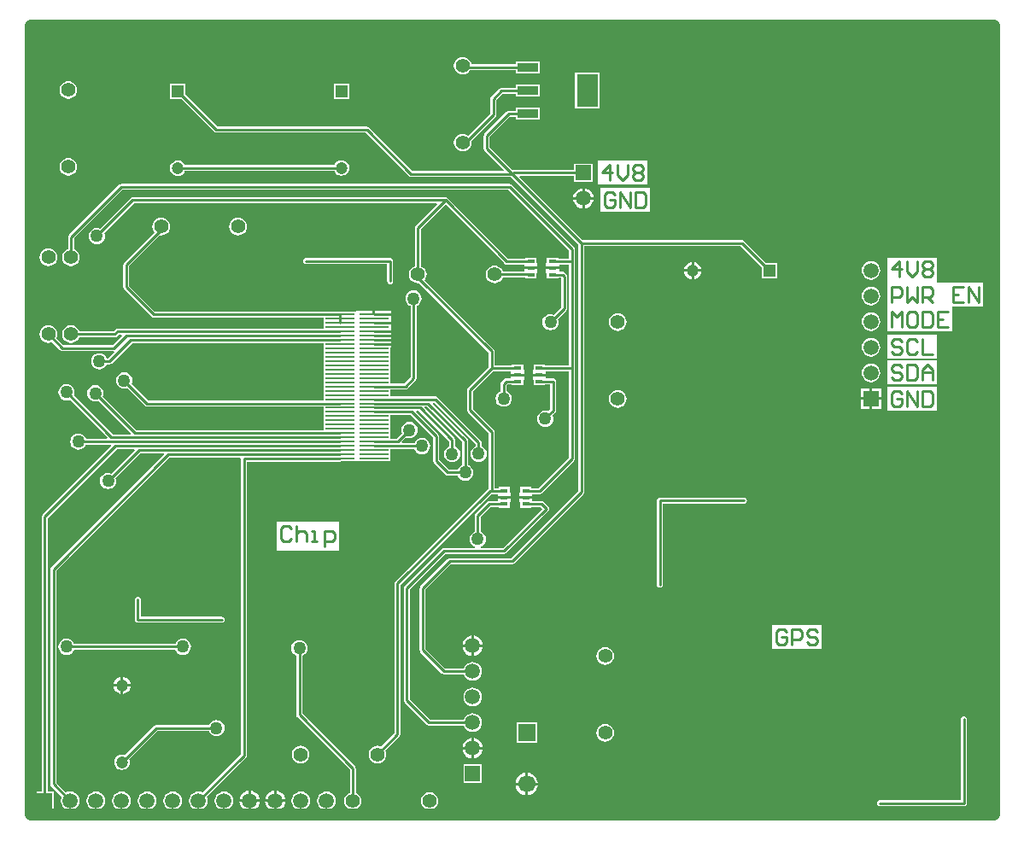
<source format=gtl>
G04 Layer_Physical_Order=1*
G04 Layer_Color=255*
%FSLAX25Y25*%
%MOIN*%
G70*
G01*
G75*
%ADD10R,0.03150X0.01772*%
%ADD11R,0.11457X0.00866*%
%ADD12R,0.08268X0.12598*%
%ADD13R,0.08268X0.03543*%
%ADD14C,0.01000*%
%ADD15C,0.04724*%
%ADD16R,0.06693X0.06693*%
%ADD17C,0.06693*%
%ADD18R,0.04724X0.04724*%
%ADD19C,0.04724*%
%ADD20C,0.05512*%
%ADD21R,0.05906X0.05906*%
%ADD22C,0.05906*%
%ADD23R,0.05906X0.05906*%
%ADD24R,0.04724X0.04724*%
%ADD25C,0.05000*%
G36*
X376000Y0D02*
X0D01*
Y308000D01*
X376000D01*
Y0D01*
D02*
G37*
%LPC*%
G36*
X168700Y295935D02*
X167811Y295818D01*
X166982Y295475D01*
X166271Y294929D01*
X165725Y294218D01*
X165382Y293389D01*
X165265Y292500D01*
X165382Y291611D01*
X165725Y290782D01*
X166271Y290071D01*
X166982Y289525D01*
X167811Y289182D01*
X168700Y289065D01*
X169589Y289182D01*
X170418Y289525D01*
X171129Y290071D01*
X171598Y290683D01*
X189302D01*
Y289434D01*
X198870D01*
Y294277D01*
X189302D01*
Y293028D01*
X172066D01*
X172018Y293389D01*
X171675Y294218D01*
X171129Y294929D01*
X170418Y295475D01*
X169589Y295818D01*
X168700Y295935D01*
D02*
G37*
G36*
X198870Y285222D02*
X189302D01*
Y283973D01*
X183900D01*
X183451Y283883D01*
X183071Y283629D01*
X179871Y280429D01*
X179617Y280049D01*
X179527Y279600D01*
Y273886D01*
X170813Y265172D01*
X170418Y265475D01*
X169589Y265818D01*
X168700Y265935D01*
X167811Y265818D01*
X166982Y265475D01*
X166271Y264929D01*
X165725Y264218D01*
X165382Y263389D01*
X165265Y262500D01*
X165382Y261611D01*
X165725Y260782D01*
X166271Y260071D01*
X166982Y259525D01*
X167811Y259182D01*
X168700Y259065D01*
X169589Y259182D01*
X170418Y259525D01*
X171129Y260071D01*
X171675Y260782D01*
X172018Y261611D01*
X172135Y262500D01*
X172056Y263098D01*
X181529Y272571D01*
X181783Y272951D01*
X181872Y273400D01*
Y279114D01*
X184386Y281627D01*
X189302D01*
Y280378D01*
X198870D01*
Y285222D01*
D02*
G37*
G36*
X124412Y285612D02*
X118388D01*
Y279588D01*
X124412D01*
Y285612D01*
D02*
G37*
G36*
X14800Y286435D02*
X13911Y286318D01*
X13082Y285975D01*
X12371Y285429D01*
X11825Y284718D01*
X11482Y283889D01*
X11365Y283000D01*
X11482Y282111D01*
X11825Y281282D01*
X12371Y280571D01*
X13082Y280025D01*
X13911Y279682D01*
X14800Y279565D01*
X15689Y279682D01*
X16518Y280025D01*
X17229Y280571D01*
X17775Y281282D01*
X18118Y282111D01*
X18235Y283000D01*
X18118Y283889D01*
X17775Y284718D01*
X17229Y285429D01*
X16518Y285975D01*
X15689Y286318D01*
X14800Y286435D01*
D02*
G37*
G36*
X222098Y289749D02*
X212530D01*
Y275851D01*
X222098D01*
Y289749D01*
D02*
G37*
G36*
X60512Y285512D02*
X54488D01*
Y279488D01*
X58854D01*
X71671Y266671D01*
X72051Y266417D01*
X72500Y266328D01*
X130914D01*
X147771Y249471D01*
X148151Y249217D01*
X148600Y249128D01*
X187514D01*
X213827Y222814D01*
Y126586D01*
X187514Y100273D01*
X163700D01*
X163251Y100183D01*
X162871Y99929D01*
X152271Y89329D01*
X152017Y88949D01*
X151927Y88500D01*
Y64400D01*
X152017Y63951D01*
X152271Y63571D01*
X160571Y55271D01*
X160951Y55017D01*
X161400Y54927D01*
X169186D01*
X169453Y54283D01*
X170030Y53531D01*
X170783Y52953D01*
X171660Y52590D01*
X172600Y52466D01*
X173540Y52590D01*
X174417Y52953D01*
X175170Y53531D01*
X175747Y54283D01*
X176110Y55159D01*
X176234Y56100D01*
X176110Y57041D01*
X175747Y57917D01*
X175170Y58670D01*
X174417Y59247D01*
X173540Y59610D01*
X172600Y59734D01*
X171660Y59610D01*
X170783Y59247D01*
X170030Y58670D01*
X169453Y57917D01*
X169186Y57272D01*
X161886D01*
X154272Y64886D01*
Y88014D01*
X164186Y97927D01*
X188000D01*
X188449Y98017D01*
X188829Y98271D01*
X215829Y125271D01*
X216083Y125651D01*
X216173Y126100D01*
Y222128D01*
X277214D01*
X285488Y213854D01*
Y209488D01*
X291512D01*
Y215512D01*
X287146D01*
X278529Y224129D01*
X278149Y224383D01*
X277700Y224472D01*
X215486D01*
X190893Y249065D01*
X191084Y249528D01*
X212197D01*
Y247097D01*
X219403D01*
Y254303D01*
X212197D01*
Y251872D01*
X188400D01*
X188138Y251820D01*
X179272Y260686D01*
Y264714D01*
X187131Y272572D01*
X189302D01*
Y271323D01*
X198870D01*
Y276167D01*
X189302D01*
Y274917D01*
X186645D01*
X186196Y274828D01*
X185816Y274574D01*
X177271Y266029D01*
X177017Y265649D01*
X176927Y265200D01*
Y260200D01*
X177017Y259751D01*
X177271Y259371D01*
X184707Y251935D01*
X184516Y251472D01*
X149086D01*
X132229Y268329D01*
X131849Y268583D01*
X131400Y268672D01*
X72986D01*
X60512Y281146D01*
Y285512D01*
D02*
G37*
G36*
X121400Y255638D02*
X120614Y255535D01*
X119881Y255231D01*
X119252Y254748D01*
X118769Y254119D01*
X118584Y253673D01*
X60275D01*
X60131Y254019D01*
X59648Y254648D01*
X59019Y255131D01*
X58286Y255435D01*
X57500Y255538D01*
X56714Y255435D01*
X55981Y255131D01*
X55352Y254648D01*
X54869Y254019D01*
X54565Y253286D01*
X54462Y252500D01*
X54565Y251714D01*
X54869Y250981D01*
X55352Y250352D01*
X55981Y249869D01*
X56714Y249565D01*
X57500Y249462D01*
X58286Y249565D01*
X59019Y249869D01*
X59648Y250352D01*
X60131Y250981D01*
X60275Y251327D01*
X118667D01*
X118769Y251081D01*
X119252Y250452D01*
X119881Y249969D01*
X120614Y249665D01*
X121400Y249562D01*
X122186Y249665D01*
X122919Y249969D01*
X123548Y250452D01*
X124031Y251081D01*
X124335Y251814D01*
X124438Y252600D01*
X124335Y253386D01*
X124031Y254119D01*
X123548Y254748D01*
X122919Y255231D01*
X122186Y255535D01*
X121400Y255638D01*
D02*
G37*
G36*
X14800Y256435D02*
X13911Y256318D01*
X13082Y255975D01*
X12371Y255429D01*
X11825Y254718D01*
X11482Y253889D01*
X11365Y253000D01*
X11482Y252111D01*
X11825Y251282D01*
X12371Y250571D01*
X13082Y250025D01*
X13911Y249682D01*
X14800Y249565D01*
X15689Y249682D01*
X16518Y250025D01*
X17229Y250571D01*
X17775Y251282D01*
X18118Y252111D01*
X18235Y253000D01*
X18118Y253889D01*
X17775Y254718D01*
X17229Y255429D01*
X16518Y255975D01*
X15689Y256318D01*
X14800Y256435D01*
D02*
G37*
G36*
X240845Y255548D02*
X221550D01*
Y246250D01*
X240845D01*
Y255548D01*
D02*
G37*
G36*
X216300Y244621D02*
Y241200D01*
X219721D01*
X219651Y241732D01*
X219253Y242693D01*
X218619Y243519D01*
X217793Y244153D01*
X216832Y244551D01*
X216300Y244621D01*
D02*
G37*
G36*
X215300D02*
X214768Y244551D01*
X213807Y244153D01*
X212981Y243519D01*
X212347Y242693D01*
X211949Y241732D01*
X211879Y241200D01*
X215300D01*
Y244621D01*
D02*
G37*
G36*
X219721Y240200D02*
X216300D01*
Y236779D01*
X216832Y236849D01*
X217793Y237247D01*
X218619Y237881D01*
X219253Y238707D01*
X219651Y239668D01*
X219721Y240200D01*
D02*
G37*
G36*
X215300D02*
X211879D01*
X211949Y239668D01*
X212347Y238707D01*
X212981Y237881D01*
X213807Y237247D01*
X214768Y236849D01*
X215300Y236779D01*
Y240200D01*
D02*
G37*
G36*
X241845Y244748D02*
X222550D01*
Y235450D01*
X241845D01*
Y244748D01*
D02*
G37*
G36*
X81000Y233135D02*
X80111Y233018D01*
X79282Y232675D01*
X78571Y232129D01*
X78025Y231418D01*
X77682Y230589D01*
X77565Y229700D01*
X77682Y228811D01*
X78025Y227982D01*
X78571Y227271D01*
X79282Y226725D01*
X80111Y226382D01*
X81000Y226265D01*
X81889Y226382D01*
X82718Y226725D01*
X83429Y227271D01*
X83975Y227982D01*
X84318Y228811D01*
X84435Y229700D01*
X84318Y230589D01*
X83975Y231418D01*
X83429Y232129D01*
X82718Y232675D01*
X81889Y233018D01*
X81000Y233135D01*
D02*
G37*
G36*
X51000D02*
X50111Y233018D01*
X49282Y232675D01*
X48571Y232129D01*
X48025Y231418D01*
X47682Y230589D01*
X47565Y229700D01*
X47682Y228811D01*
X48025Y227982D01*
X48415Y227474D01*
X36571Y215629D01*
X36317Y215249D01*
X36228Y214800D01*
Y206100D01*
X36317Y205651D01*
X36571Y205271D01*
X47298Y194544D01*
X47678Y194290D01*
X48127Y194201D01*
X114460D01*
Y189932D01*
X33959D01*
X33510Y189842D01*
X33130Y189588D01*
X32414Y188873D01*
X19001D01*
X18775Y189418D01*
X18229Y190129D01*
X17518Y190675D01*
X16689Y191018D01*
X15800Y191135D01*
X14911Y191018D01*
X14082Y190675D01*
X13371Y190129D01*
X12825Y189418D01*
X12482Y188589D01*
X12365Y187700D01*
X12482Y186811D01*
X12825Y185982D01*
X13371Y185271D01*
X14082Y184725D01*
X14911Y184382D01*
X15800Y184265D01*
X16689Y184382D01*
X17518Y184725D01*
X18229Y185271D01*
X18775Y185982D01*
X19001Y186528D01*
X32900D01*
X33349Y186617D01*
X33729Y186871D01*
X34445Y187586D01*
X35475D01*
X35666Y187125D01*
X32014Y183473D01*
X12886D01*
X10092Y186266D01*
X10318Y186811D01*
X10435Y187700D01*
X10318Y188589D01*
X9975Y189418D01*
X9429Y190129D01*
X8718Y190675D01*
X7889Y191018D01*
X7000Y191135D01*
X6111Y191018D01*
X5282Y190675D01*
X4571Y190129D01*
X4025Y189418D01*
X3682Y188589D01*
X3565Y187700D01*
X3682Y186811D01*
X4025Y185982D01*
X4571Y185271D01*
X5282Y184725D01*
X6111Y184382D01*
X7000Y184265D01*
X7889Y184382D01*
X8434Y184608D01*
X11571Y181471D01*
X11951Y181217D01*
X12400Y181128D01*
X32500D01*
X32578Y181143D01*
X32824Y180682D01*
X30414Y178272D01*
X29724D01*
X29552Y178689D01*
X29047Y179347D01*
X28389Y179851D01*
X27622Y180169D01*
X26800Y180277D01*
X25978Y180169D01*
X25211Y179851D01*
X24553Y179347D01*
X24048Y178689D01*
X23731Y177922D01*
X23623Y177100D01*
X23731Y176278D01*
X24048Y175511D01*
X24553Y174853D01*
X25211Y174348D01*
X25978Y174031D01*
X26800Y173923D01*
X27622Y174031D01*
X28389Y174348D01*
X29047Y174853D01*
X29552Y175511D01*
X29724Y175927D01*
X30900D01*
X31349Y176017D01*
X31729Y176271D01*
X39738Y184279D01*
X114460D01*
Y181062D01*
Y176101D01*
Y171141D01*
Y166180D01*
Y161821D01*
X46037D01*
X39497Y168362D01*
X39669Y168778D01*
X39777Y169600D01*
X39669Y170422D01*
X39351Y171189D01*
X38847Y171847D01*
X38189Y172352D01*
X37422Y172669D01*
X36600Y172777D01*
X35778Y172669D01*
X35011Y172352D01*
X34353Y171847D01*
X33849Y171189D01*
X33531Y170422D01*
X33423Y169600D01*
X33531Y168778D01*
X33849Y168011D01*
X34353Y167353D01*
X35011Y166849D01*
X35778Y166531D01*
X36600Y166423D01*
X37422Y166531D01*
X37838Y166703D01*
X44722Y159820D01*
X45103Y159565D01*
X45551Y159476D01*
X114460D01*
Y154605D01*
Y150247D01*
X41312D01*
X28197Y163362D01*
X28369Y163778D01*
X28477Y164600D01*
X28369Y165422D01*
X28051Y166189D01*
X27547Y166847D01*
X26889Y167351D01*
X26122Y167669D01*
X25300Y167777D01*
X24478Y167669D01*
X23711Y167351D01*
X23053Y166847D01*
X22548Y166189D01*
X22231Y165422D01*
X22123Y164600D01*
X22231Y163778D01*
X22548Y163011D01*
X23053Y162353D01*
X23711Y161848D01*
X24478Y161531D01*
X25300Y161423D01*
X26122Y161531D01*
X26538Y161703D01*
X39187Y149055D01*
X38996Y148593D01*
X32165D01*
X16997Y163762D01*
X17169Y164178D01*
X17277Y165000D01*
X17169Y165822D01*
X16851Y166589D01*
X16347Y167247D01*
X15689Y167752D01*
X14922Y168069D01*
X14100Y168177D01*
X13278Y168069D01*
X12511Y167752D01*
X11853Y167247D01*
X11349Y166589D01*
X11031Y165822D01*
X10923Y165000D01*
X11031Y164178D01*
X11349Y163411D01*
X11853Y162753D01*
X12511Y162249D01*
X13278Y161931D01*
X14100Y161823D01*
X14922Y161931D01*
X15338Y162103D01*
X30040Y147401D01*
X29849Y146940D01*
X21637D01*
X21452Y147389D01*
X20947Y148047D01*
X20289Y148551D01*
X19522Y148869D01*
X18700Y148977D01*
X17878Y148869D01*
X17111Y148551D01*
X16453Y148047D01*
X15948Y147389D01*
X15631Y146622D01*
X15523Y145800D01*
X15631Y144978D01*
X15948Y144211D01*
X16453Y143553D01*
X17111Y143049D01*
X17878Y142731D01*
X18700Y142623D01*
X19522Y142731D01*
X20289Y143049D01*
X20947Y143553D01*
X21452Y144211D01*
X21610Y144594D01*
X31383D01*
X31574Y144132D01*
X4671Y117229D01*
X4417Y116849D01*
X4327Y116400D01*
Y9103D01*
X1897D01*
Y1897D01*
X9103D01*
Y9103D01*
X6673D01*
Y115914D01*
X33699Y142941D01*
X40529D01*
X40721Y142479D01*
X31538Y133297D01*
X31122Y133469D01*
X30300Y133577D01*
X29478Y133469D01*
X28711Y133151D01*
X28053Y132647D01*
X27549Y131989D01*
X27231Y131222D01*
X27123Y130400D01*
X27231Y129578D01*
X27549Y128811D01*
X28053Y128153D01*
X28711Y127648D01*
X29478Y127331D01*
X30300Y127223D01*
X31122Y127331D01*
X31889Y127648D01*
X32547Y128153D01*
X33051Y128811D01*
X33369Y129578D01*
X33477Y130400D01*
X33369Y131222D01*
X33197Y131638D01*
X42845Y141287D01*
X52076D01*
X52267Y140825D01*
X8171Y96729D01*
X7917Y96349D01*
X7828Y95900D01*
Y12000D01*
X7917Y11551D01*
X8171Y11171D01*
X12257Y7085D01*
X11990Y6441D01*
X11866Y5500D01*
X11990Y4560D01*
X12353Y3683D01*
X12931Y2930D01*
X13683Y2353D01*
X14559Y1990D01*
X15500Y1866D01*
X16441Y1990D01*
X17317Y2353D01*
X18069Y2930D01*
X18647Y3683D01*
X19010Y4560D01*
X19134Y5500D01*
X19010Y6441D01*
X18647Y7317D01*
X18069Y8070D01*
X17317Y8647D01*
X16441Y9010D01*
X15500Y9134D01*
X14559Y9010D01*
X13915Y8743D01*
X10172Y12486D01*
Y95414D01*
X54392Y139634D01*
X81713D01*
X82127Y139153D01*
Y23786D01*
X67085Y8743D01*
X66440Y9010D01*
X65500Y9134D01*
X64560Y9010D01*
X63683Y8647D01*
X62931Y8070D01*
X62353Y7317D01*
X61990Y6441D01*
X61866Y5500D01*
X61990Y4560D01*
X62353Y3683D01*
X62931Y2930D01*
X63683Y2353D01*
X64560Y1990D01*
X65500Y1866D01*
X66440Y1990D01*
X67317Y2353D01*
X68069Y2930D01*
X68647Y3683D01*
X69010Y4560D01*
X69134Y5500D01*
X69010Y6441D01*
X68743Y7085D01*
X84129Y22471D01*
X84383Y22851D01*
X84473Y23300D01*
Y137980D01*
X120839D01*
X121287Y138069D01*
X121288Y138070D01*
X127149D01*
X127217Y138070D01*
X127649D01*
X127717Y138070D01*
X140406D01*
Y142870D01*
X149858D01*
X150048Y142411D01*
X150553Y141753D01*
X151211Y141249D01*
X151978Y140931D01*
X152800Y140823D01*
X153622Y140931D01*
X154389Y141249D01*
X155047Y141753D01*
X155552Y142411D01*
X155869Y143178D01*
X155977Y144000D01*
X155869Y144822D01*
X155552Y145589D01*
X155047Y146247D01*
X154389Y146751D01*
X153622Y147069D01*
X152800Y147177D01*
X151978Y147069D01*
X151211Y146751D01*
X150553Y146247D01*
X150048Y145589D01*
X149894Y145215D01*
X145127D01*
X144936Y145677D01*
X146662Y147403D01*
X147078Y147231D01*
X147900Y147123D01*
X148722Y147231D01*
X149489Y147548D01*
X150147Y148053D01*
X150652Y148711D01*
X150969Y149478D01*
X151077Y150300D01*
X150969Y151122D01*
X150652Y151889D01*
X150147Y152547D01*
X149489Y153051D01*
X148722Y153369D01*
X147900Y153477D01*
X147078Y153369D01*
X146311Y153051D01*
X145653Y152547D01*
X145149Y151889D01*
X144831Y151122D01*
X144723Y150300D01*
X144831Y149478D01*
X145003Y149062D01*
X142881Y146940D01*
X140406D01*
Y151298D01*
Y156169D01*
X148373D01*
X157228Y147314D01*
Y138100D01*
X157317Y137651D01*
X157571Y137271D01*
X161971Y132871D01*
X162351Y132617D01*
X162800Y132527D01*
X166776D01*
X166948Y132111D01*
X167453Y131453D01*
X168111Y130948D01*
X168878Y130631D01*
X169700Y130523D01*
X170522Y130631D01*
X171289Y130948D01*
X171947Y131453D01*
X172451Y132111D01*
X172769Y132878D01*
X172877Y133700D01*
X172769Y134522D01*
X172451Y135289D01*
X171947Y135947D01*
X171289Y136451D01*
X170872Y136624D01*
Y146200D01*
X170783Y146649D01*
X170529Y147029D01*
X156972Y160586D01*
X157157Y161057D01*
X157544Y161098D01*
X173728Y144914D01*
Y143924D01*
X173311Y143752D01*
X172653Y143247D01*
X172149Y142589D01*
X171831Y141822D01*
X171723Y141000D01*
X171831Y140178D01*
X172149Y139411D01*
X172653Y138753D01*
X173311Y138249D01*
X174078Y137931D01*
X174900Y137823D01*
X175722Y137931D01*
X176489Y138249D01*
X177147Y138753D01*
X177652Y139411D01*
X177969Y140178D01*
X178077Y141000D01*
X177969Y141822D01*
X177652Y142589D01*
X177147Y143247D01*
X176489Y143752D01*
X176073Y143924D01*
Y145400D01*
X175983Y145849D01*
X175729Y146229D01*
X158827Y163131D01*
X158446Y163386D01*
X157998Y163475D01*
X140406D01*
Y166091D01*
X146363D01*
X146812Y166180D01*
X147192Y166434D01*
X150329Y169571D01*
X150583Y169951D01*
X150672Y170400D01*
Y198676D01*
X151089Y198848D01*
X151747Y199353D01*
X152252Y200011D01*
X152569Y200778D01*
X152677Y201600D01*
X152569Y202422D01*
X152252Y203189D01*
X151747Y203847D01*
X151089Y204351D01*
X150322Y204669D01*
X149500Y204777D01*
X148678Y204669D01*
X147911Y204351D01*
X147253Y203847D01*
X146748Y203189D01*
X146431Y202422D01*
X146323Y201600D01*
X146431Y200778D01*
X146748Y200011D01*
X147253Y199353D01*
X147911Y198848D01*
X148328Y198676D01*
Y170886D01*
X145877Y168436D01*
X140406D01*
Y172794D01*
Y177755D01*
Y182365D01*
X140756D01*
Y183298D01*
X134028D01*
Y184298D01*
X140756D01*
Y184952D01*
X134028D01*
Y185952D01*
X140756D01*
Y186606D01*
X134028D01*
Y187606D01*
X140756D01*
Y188259D01*
X134028D01*
Y189259D01*
X140756D01*
Y190192D01*
X140756D01*
Y190633D01*
X140756D01*
Y191566D01*
X134028D01*
Y192566D01*
X140756D01*
Y193499D01*
X140756D01*
Y193940D01*
X140756D01*
Y194873D01*
X134028D01*
Y195373D01*
X133528D01*
Y196806D01*
X127572D01*
X127299Y196806D01*
X126944Y196456D01*
X126799Y196456D01*
X121288D01*
X121287Y196457D01*
X120839Y196546D01*
X48612D01*
X38572Y206586D01*
Y214314D01*
X50578Y226320D01*
X51000Y226265D01*
X51889Y226382D01*
X52718Y226725D01*
X53429Y227271D01*
X53975Y227982D01*
X54318Y228811D01*
X54435Y229700D01*
X54318Y230589D01*
X53975Y231418D01*
X53429Y232129D01*
X52718Y232675D01*
X51889Y233018D01*
X51000Y233135D01*
D02*
G37*
G36*
X187100Y246373D02*
X35400D01*
X34951Y246283D01*
X34571Y246029D01*
X14971Y226429D01*
X14717Y226049D01*
X14627Y225600D01*
Y220901D01*
X14082Y220675D01*
X13371Y220129D01*
X12825Y219418D01*
X12482Y218589D01*
X12365Y217700D01*
X12482Y216811D01*
X12825Y215982D01*
X13371Y215271D01*
X14082Y214725D01*
X14911Y214382D01*
X15800Y214265D01*
X16689Y214382D01*
X17518Y214725D01*
X18229Y215271D01*
X18775Y215982D01*
X19118Y216811D01*
X19235Y217700D01*
X19118Y218589D01*
X18775Y219418D01*
X18229Y220129D01*
X17518Y220675D01*
X16973Y220901D01*
Y225114D01*
X35886Y244027D01*
X186614D01*
X210227Y220414D01*
Y217232D01*
X206057D01*
Y217595D01*
X201607D01*
Y215386D01*
X201257D01*
Y214000D01*
X203832D01*
X206407D01*
Y214886D01*
X210227D01*
Y175532D01*
X200757D01*
Y175895D01*
X196308D01*
Y173686D01*
X195958D01*
Y172300D01*
X198532D01*
X201107D01*
Y173187D01*
X210227D01*
Y139586D01*
X198273Y127632D01*
X195557D01*
Y127995D01*
X191107D01*
Y125786D01*
X190758D01*
Y124400D01*
X193332D01*
X195907D01*
Y125286D01*
X198759D01*
X199208Y125376D01*
X199588Y125630D01*
X212229Y138271D01*
X212483Y138651D01*
X212573Y139100D01*
Y220900D01*
X212483Y221349D01*
X212229Y221729D01*
X187929Y246029D01*
X187549Y246283D01*
X187100Y246373D01*
D02*
G37*
G36*
X7000Y221135D02*
X6111Y221018D01*
X5282Y220675D01*
X4571Y220129D01*
X4025Y219418D01*
X3682Y218589D01*
X3565Y217700D01*
X3682Y216811D01*
X4025Y215982D01*
X4571Y215271D01*
X5282Y214725D01*
X6111Y214382D01*
X7000Y214265D01*
X7889Y214382D01*
X8718Y214725D01*
X9429Y215271D01*
X9975Y215982D01*
X10318Y216811D01*
X10435Y217700D01*
X10318Y218589D01*
X9975Y219418D01*
X9429Y220129D01*
X8718Y220675D01*
X7889Y221018D01*
X7000Y221135D01*
D02*
G37*
G36*
X162000Y241173D02*
X39900D01*
X39451Y241083D01*
X39071Y240829D01*
X27138Y228897D01*
X26722Y229069D01*
X25900Y229177D01*
X25078Y229069D01*
X24311Y228751D01*
X23653Y228247D01*
X23148Y227589D01*
X22831Y226822D01*
X22723Y226000D01*
X22831Y225178D01*
X23148Y224411D01*
X23653Y223753D01*
X24311Y223249D01*
X25078Y222931D01*
X25900Y222823D01*
X26722Y222931D01*
X27489Y223249D01*
X28147Y223753D01*
X28651Y224411D01*
X28969Y225178D01*
X29077Y226000D01*
X28969Y226822D01*
X28797Y227238D01*
X40386Y238827D01*
X158516D01*
X158707Y238366D01*
X150371Y230029D01*
X150117Y229649D01*
X150028Y229200D01*
Y214201D01*
X149482Y213975D01*
X148771Y213429D01*
X148225Y212718D01*
X147882Y211889D01*
X147765Y211000D01*
X147882Y210111D01*
X148225Y209282D01*
X148771Y208571D01*
X149482Y208025D01*
X150311Y207682D01*
X151200Y207565D01*
X151798Y207644D01*
X178828Y180614D01*
Y174845D01*
X170671Y166688D01*
X170417Y166308D01*
X170327Y165859D01*
Y158100D01*
X170417Y157651D01*
X170671Y157271D01*
X178828Y149114D01*
Y127499D01*
X178512Y127288D01*
X142371Y91147D01*
X142117Y90767D01*
X142027Y90318D01*
Y31886D01*
X136834Y26692D01*
X136289Y26918D01*
X135400Y27035D01*
X134511Y26918D01*
X133682Y26575D01*
X132971Y26029D01*
X132425Y25318D01*
X132082Y24489D01*
X131965Y23600D01*
X132082Y22711D01*
X132425Y21882D01*
X132971Y21171D01*
X133682Y20625D01*
X134511Y20282D01*
X135400Y20165D01*
X136289Y20282D01*
X137118Y20625D01*
X137829Y21171D01*
X138375Y21882D01*
X138718Y22711D01*
X138835Y23600D01*
X138718Y24489D01*
X138492Y25034D01*
X144029Y30571D01*
X144283Y30951D01*
X144372Y31400D01*
Y89832D01*
X179827Y125286D01*
X182293D01*
Y124400D01*
X184868D01*
X187443D01*
Y125786D01*
X187092D01*
Y127995D01*
X182643D01*
Y127632D01*
X181173D01*
Y149600D01*
X181083Y150049D01*
X180829Y150429D01*
X172672Y158586D01*
Y165373D01*
X180486Y173187D01*
X187493D01*
Y172300D01*
X190068D01*
X192642D01*
Y173686D01*
X192292D01*
Y175895D01*
X187843D01*
Y175532D01*
X181173D01*
Y181100D01*
X181083Y181549D01*
X180829Y181929D01*
X153872Y208887D01*
X154175Y209282D01*
X154518Y210111D01*
X154635Y211000D01*
X154518Y211889D01*
X154175Y212718D01*
X153629Y213429D01*
X152918Y213975D01*
X152373Y214201D01*
Y228714D01*
X162000Y238342D01*
X185112Y215230D01*
X185492Y214976D01*
X185941Y214886D01*
X192793D01*
Y214000D01*
X195368D01*
X197942D01*
Y215386D01*
X197592D01*
Y217595D01*
X193143D01*
Y217232D01*
X186427D01*
X162829Y240829D01*
X162829Y240829D01*
X162449Y241083D01*
X162000Y241173D01*
D02*
G37*
G36*
X259000Y215825D02*
Y213000D01*
X261825D01*
X261776Y213378D01*
X261437Y214196D01*
X260898Y214898D01*
X260196Y215437D01*
X259378Y215776D01*
X259000Y215825D01*
D02*
G37*
G36*
X258000D02*
X257622Y215776D01*
X256804Y215437D01*
X256102Y214898D01*
X255563Y214196D01*
X255224Y213378D01*
X255175Y213000D01*
X258000D01*
Y215825D01*
D02*
G37*
G36*
X181200Y214435D02*
X180311Y214318D01*
X179482Y213975D01*
X178771Y213429D01*
X178225Y212718D01*
X177882Y211889D01*
X177765Y211000D01*
X177882Y210111D01*
X178225Y209282D01*
X178771Y208571D01*
X179482Y208025D01*
X180311Y207682D01*
X181200Y207565D01*
X182089Y207682D01*
X182918Y208025D01*
X183629Y208571D01*
X184175Y209282D01*
X184401Y209827D01*
X193143D01*
Y209405D01*
X197592D01*
Y211614D01*
X197942D01*
Y213000D01*
X195368D01*
X192793D01*
Y212173D01*
X184401D01*
X184175Y212718D01*
X183629Y213429D01*
X182918Y213975D01*
X182089Y214318D01*
X181200Y214435D01*
D02*
G37*
G36*
X261825Y212000D02*
X259000D01*
Y209175D01*
X259378Y209224D01*
X260196Y209563D01*
X260898Y210102D01*
X261437Y210804D01*
X261776Y211622D01*
X261825Y212000D01*
D02*
G37*
G36*
X258000D02*
X255175D01*
X255224Y211622D01*
X255563Y210804D01*
X256102Y210102D01*
X256804Y209563D01*
X257622Y209224D01*
X258000Y209175D01*
Y212000D01*
D02*
G37*
G36*
X328100Y216234D02*
X327160Y216110D01*
X326283Y215747D01*
X325531Y215170D01*
X324953Y214417D01*
X324590Y213541D01*
X324466Y212600D01*
X324590Y211660D01*
X324953Y210783D01*
X325531Y210031D01*
X326283Y209453D01*
X327160Y209090D01*
X328100Y208966D01*
X329041Y209090D01*
X329917Y209453D01*
X330669Y210031D01*
X331247Y210783D01*
X331610Y211660D01*
X331734Y212600D01*
X331610Y213541D01*
X331247Y214417D01*
X330669Y215170D01*
X329917Y215747D01*
X329041Y216110D01*
X328100Y216234D01*
D02*
G37*
G36*
X140400Y217473D02*
X107600D01*
X107151Y217383D01*
X106771Y217129D01*
X106517Y216749D01*
X106428Y216300D01*
X106517Y215851D01*
X106771Y215471D01*
X107151Y215217D01*
X107600Y215127D01*
X139227D01*
Y208400D01*
X139317Y207951D01*
X139571Y207571D01*
X139951Y207317D01*
X140400Y207227D01*
X140849Y207317D01*
X141229Y207571D01*
X141483Y207951D01*
X141572Y208400D01*
Y216300D01*
X141483Y216749D01*
X141229Y217129D01*
X140849Y217383D01*
X140400Y217473D01*
D02*
G37*
G36*
X328100Y206234D02*
X327160Y206110D01*
X326283Y205747D01*
X325531Y205170D01*
X324953Y204417D01*
X324590Y203540D01*
X324466Y202600D01*
X324590Y201659D01*
X324953Y200783D01*
X325531Y200030D01*
X326283Y199453D01*
X327160Y199090D01*
X328100Y198966D01*
X329041Y199090D01*
X329917Y199453D01*
X330669Y200030D01*
X331247Y200783D01*
X331610Y201659D01*
X331734Y202600D01*
X331610Y203540D01*
X331247Y204417D01*
X330669Y205170D01*
X329917Y205747D01*
X329041Y206110D01*
X328100Y206234D01*
D02*
G37*
G36*
X134528Y196806D02*
Y195873D01*
X140756D01*
Y196806D01*
X134528D01*
D02*
G37*
G36*
X206407Y213000D02*
X203832D01*
X201257D01*
Y211614D01*
X201607D01*
Y209405D01*
X206057D01*
Y209768D01*
X207227D01*
Y198286D01*
X204238Y195297D01*
X203822Y195469D01*
X203000Y195577D01*
X202178Y195469D01*
X201411Y195151D01*
X200753Y194647D01*
X200249Y193989D01*
X199931Y193222D01*
X199823Y192400D01*
X199931Y191578D01*
X200249Y190811D01*
X200753Y190153D01*
X201411Y189648D01*
X202178Y189331D01*
X203000Y189223D01*
X203822Y189331D01*
X204589Y189648D01*
X205247Y190153D01*
X205751Y190811D01*
X206069Y191578D01*
X206177Y192400D01*
X206069Y193222D01*
X205897Y193638D01*
X209229Y196971D01*
X209483Y197351D01*
X209573Y197800D01*
Y210300D01*
X209483Y210749D01*
X209229Y211129D01*
X208588Y211770D01*
X208208Y212024D01*
X207759Y212113D01*
X206407D01*
Y213000D01*
D02*
G37*
G36*
X328100Y196234D02*
X327160Y196110D01*
X326283Y195747D01*
X325531Y195169D01*
X324953Y194417D01*
X324590Y193541D01*
X324466Y192600D01*
X324590Y191659D01*
X324953Y190783D01*
X325531Y190031D01*
X326283Y189453D01*
X327160Y189090D01*
X328100Y188966D01*
X329041Y189090D01*
X329917Y189453D01*
X330669Y190031D01*
X331247Y190783D01*
X331610Y191659D01*
X331734Y192600D01*
X331610Y193541D01*
X331247Y194417D01*
X330669Y195169D01*
X329917Y195747D01*
X329041Y196110D01*
X328100Y196234D01*
D02*
G37*
G36*
X229200Y195835D02*
X228311Y195718D01*
X227482Y195375D01*
X226771Y194829D01*
X226225Y194118D01*
X225882Y193289D01*
X225765Y192400D01*
X225882Y191511D01*
X226225Y190682D01*
X226771Y189971D01*
X227482Y189425D01*
X228311Y189082D01*
X229200Y188965D01*
X230089Y189082D01*
X230918Y189425D01*
X231629Y189971D01*
X232175Y190682D01*
X232518Y191511D01*
X232635Y192400D01*
X232518Y193289D01*
X232175Y194118D01*
X231629Y194829D01*
X230918Y195375D01*
X230089Y195718D01*
X229200Y195835D01*
D02*
G37*
G36*
X353645Y217648D02*
X334350D01*
Y208448D01*
X334350Y208350D01*
Y207948D01*
X334350Y207850D01*
Y198748D01*
X334350Y198650D01*
Y198248D01*
X334350Y198150D01*
Y188950D01*
X359643D01*
Y198150D01*
X359643Y198248D01*
X359880Y198650D01*
X371639D01*
Y207948D01*
X353882D01*
X353645Y208350D01*
X353645Y208448D01*
Y217648D01*
D02*
G37*
G36*
X328100Y186234D02*
X327160Y186110D01*
X326283Y185747D01*
X325531Y185169D01*
X324953Y184417D01*
X324590Y183540D01*
X324466Y182600D01*
X324590Y181659D01*
X324953Y180783D01*
X325531Y180031D01*
X326283Y179453D01*
X327160Y179090D01*
X328100Y178966D01*
X329041Y179090D01*
X329917Y179453D01*
X330669Y180031D01*
X331247Y180783D01*
X331610Y181659D01*
X331734Y182600D01*
X331610Y183540D01*
X331247Y184417D01*
X330669Y185169D01*
X329917Y185747D01*
X329041Y186110D01*
X328100Y186234D01*
D02*
G37*
G36*
X353645Y187548D02*
X334350D01*
Y178250D01*
X353645D01*
Y187548D01*
D02*
G37*
G36*
X328100Y176234D02*
X327160Y176110D01*
X326283Y175747D01*
X325531Y175170D01*
X324953Y174417D01*
X324590Y173540D01*
X324466Y172600D01*
X324590Y171660D01*
X324953Y170783D01*
X325531Y170030D01*
X326283Y169453D01*
X327160Y169090D01*
X328100Y168966D01*
X329041Y169090D01*
X329917Y169453D01*
X330669Y170030D01*
X331247Y170783D01*
X331610Y171660D01*
X331734Y172600D01*
X331610Y173540D01*
X331247Y174417D01*
X330669Y175170D01*
X329917Y175747D01*
X329041Y176110D01*
X328100Y176234D01*
D02*
G37*
G36*
X353645Y177348D02*
X334350D01*
Y168050D01*
X353645D01*
Y177348D01*
D02*
G37*
G36*
X192642Y171300D02*
X190068D01*
X187493D01*
Y170413D01*
X185641D01*
X185192Y170324D01*
X184812Y170070D01*
X183871Y169129D01*
X183617Y168749D01*
X183528Y168300D01*
Y165424D01*
X183111Y165252D01*
X182453Y164747D01*
X181948Y164089D01*
X181631Y163322D01*
X181523Y162500D01*
X181631Y161678D01*
X181948Y160911D01*
X182453Y160253D01*
X183111Y159748D01*
X183878Y159431D01*
X184700Y159323D01*
X185522Y159431D01*
X186289Y159748D01*
X186947Y160253D01*
X187452Y160911D01*
X187769Y161678D01*
X187877Y162500D01*
X187769Y163322D01*
X187452Y164089D01*
X186947Y164747D01*
X186289Y165252D01*
X185872Y165424D01*
Y167814D01*
X186127Y168068D01*
X187843D01*
Y167705D01*
X192292D01*
Y169914D01*
X192642D01*
Y171300D01*
D02*
G37*
G36*
X332053Y166553D02*
X328600D01*
Y163100D01*
X332053D01*
Y166553D01*
D02*
G37*
G36*
X327600D02*
X324147D01*
Y163100D01*
X327600D01*
Y166553D01*
D02*
G37*
G36*
X229200Y165835D02*
X228311Y165718D01*
X227482Y165375D01*
X226771Y164829D01*
X226225Y164118D01*
X225882Y163289D01*
X225765Y162400D01*
X225882Y161511D01*
X226225Y160682D01*
X226771Y159971D01*
X227482Y159425D01*
X228311Y159082D01*
X229200Y158965D01*
X230089Y159082D01*
X230918Y159425D01*
X231629Y159971D01*
X232175Y160682D01*
X232518Y161511D01*
X232635Y162400D01*
X232518Y163289D01*
X232175Y164118D01*
X231629Y164829D01*
X230918Y165375D01*
X230089Y165718D01*
X229200Y165835D01*
D02*
G37*
G36*
X332053Y162100D02*
X328600D01*
Y158647D01*
X332053D01*
Y162100D01*
D02*
G37*
G36*
X327600D02*
X324147D01*
Y158647D01*
X327600D01*
Y162100D01*
D02*
G37*
G36*
X353645Y167048D02*
X334350D01*
Y157750D01*
X353645D01*
Y167048D01*
D02*
G37*
G36*
X201107Y171300D02*
X198532D01*
X195958D01*
Y169914D01*
X196308D01*
Y167705D01*
X200757D01*
Y168068D01*
X202887D01*
Y158345D01*
X202138Y157597D01*
X201722Y157769D01*
X200900Y157877D01*
X200078Y157769D01*
X199311Y157451D01*
X198653Y156947D01*
X198149Y156289D01*
X197831Y155522D01*
X197723Y154700D01*
X197831Y153878D01*
X198149Y153111D01*
X198653Y152453D01*
X199311Y151948D01*
X200078Y151631D01*
X200900Y151523D01*
X201722Y151631D01*
X202489Y151948D01*
X203147Y152453D01*
X203651Y153111D01*
X203969Y153878D01*
X204077Y154700D01*
X203969Y155522D01*
X203797Y155938D01*
X204888Y157030D01*
X205142Y157410D01*
X205232Y157859D01*
Y169241D01*
X205142Y169690D01*
X204888Y170070D01*
X204508Y170324D01*
X204059Y170413D01*
X201107D01*
Y171300D01*
D02*
G37*
G36*
X195907Y123400D02*
X193332D01*
X190758D01*
Y122014D01*
X191107D01*
Y119805D01*
X195557D01*
Y120168D01*
X199073D01*
X199642Y119600D01*
X184314Y104272D01*
X175863D01*
X175764Y104772D01*
X176189Y104948D01*
X176847Y105453D01*
X177351Y106111D01*
X177669Y106878D01*
X177777Y107700D01*
X177669Y108522D01*
X177351Y109289D01*
X176847Y109947D01*
X176189Y110451D01*
X175773Y110624D01*
Y116414D01*
X179527Y120168D01*
X182643D01*
Y119805D01*
X187092D01*
Y122014D01*
X187443D01*
Y123400D01*
X184868D01*
X182293D01*
Y122513D01*
X179041D01*
X178592Y122424D01*
X178212Y122170D01*
X173771Y117729D01*
X173517Y117349D01*
X173427Y116900D01*
Y110624D01*
X173011Y110451D01*
X172353Y109947D01*
X171848Y109289D01*
X171531Y108522D01*
X171423Y107700D01*
X171531Y106878D01*
X171848Y106111D01*
X172353Y105453D01*
X173011Y104948D01*
X173436Y104772D01*
X173337Y104272D01*
X161400D01*
X160951Y104183D01*
X160571Y103929D01*
X146071Y89429D01*
X145817Y89049D01*
X145728Y88600D01*
Y44800D01*
X145817Y44351D01*
X146071Y43971D01*
X154771Y35271D01*
X155151Y35017D01*
X155600Y34927D01*
X169186D01*
X169453Y34283D01*
X170030Y33531D01*
X170783Y32953D01*
X171660Y32590D01*
X172600Y32466D01*
X173540Y32590D01*
X174417Y32953D01*
X175170Y33531D01*
X175747Y34283D01*
X176110Y35160D01*
X176234Y36100D01*
X176110Y37040D01*
X175747Y37917D01*
X175170Y38669D01*
X174417Y39247D01*
X173540Y39610D01*
X172600Y39734D01*
X171660Y39610D01*
X170783Y39247D01*
X170030Y38669D01*
X169453Y37917D01*
X169186Y37273D01*
X156086D01*
X148073Y45286D01*
Y88114D01*
X161886Y101927D01*
X184800D01*
X185249Y102017D01*
X185629Y102271D01*
X202129Y118771D01*
X202129Y118771D01*
X202383Y119151D01*
X202472Y119600D01*
X202383Y120049D01*
X202129Y120429D01*
X200388Y122170D01*
X200008Y122424D01*
X199559Y122513D01*
X195907D01*
Y123400D01*
D02*
G37*
G36*
X120543Y114548D02*
X96250D01*
Y103251D01*
X120543D01*
Y114548D01*
D02*
G37*
G36*
X278500Y123872D02*
X245700D01*
X245251Y123783D01*
X244871Y123529D01*
X244617Y123149D01*
X244528Y122700D01*
Y89900D01*
X244617Y89451D01*
X244871Y89071D01*
X245251Y88817D01*
X245700Y88727D01*
X246149Y88817D01*
X246529Y89071D01*
X246783Y89451D01*
X246872Y89900D01*
Y121528D01*
X278500D01*
X278949Y121617D01*
X279329Y121871D01*
X279583Y122251D01*
X279673Y122700D01*
X279583Y123149D01*
X279329Y123529D01*
X278949Y123783D01*
X278500Y123872D01*
D02*
G37*
G36*
X41900Y85273D02*
X41451Y85183D01*
X41071Y84929D01*
X40817Y84549D01*
X40727Y84100D01*
Y76200D01*
X40817Y75751D01*
X41071Y75371D01*
X41451Y75117D01*
X41900Y75028D01*
X74700D01*
X75149Y75117D01*
X75529Y75371D01*
X75783Y75751D01*
X75872Y76200D01*
X75783Y76649D01*
X75529Y77029D01*
X75149Y77283D01*
X74700Y77372D01*
X43073D01*
Y84100D01*
X42983Y84549D01*
X42729Y84929D01*
X42349Y85183D01*
X41900Y85273D01*
D02*
G37*
G36*
X59500Y68877D02*
X58678Y68769D01*
X57911Y68451D01*
X57253Y67947D01*
X56748Y67289D01*
X56576Y66873D01*
X17024D01*
X16851Y67289D01*
X16347Y67947D01*
X15689Y68451D01*
X14922Y68769D01*
X14100Y68877D01*
X13278Y68769D01*
X12511Y68451D01*
X11853Y67947D01*
X11349Y67289D01*
X11031Y66522D01*
X10923Y65700D01*
X11031Y64878D01*
X11349Y64111D01*
X11853Y63453D01*
X12511Y62949D01*
X13278Y62631D01*
X14100Y62523D01*
X14922Y62631D01*
X15689Y62949D01*
X16347Y63453D01*
X16851Y64111D01*
X17024Y64527D01*
X56576D01*
X56748Y64111D01*
X57253Y63453D01*
X57911Y62949D01*
X58678Y62631D01*
X59500Y62523D01*
X60322Y62631D01*
X61089Y62949D01*
X61747Y63453D01*
X62252Y64111D01*
X62569Y64878D01*
X62677Y65700D01*
X62569Y66522D01*
X62252Y67289D01*
X61747Y67947D01*
X61089Y68451D01*
X60322Y68769D01*
X59500Y68877D01*
D02*
G37*
G36*
X173100Y70021D02*
Y66600D01*
X176521D01*
X176451Y67132D01*
X176053Y68093D01*
X175419Y68919D01*
X174593Y69553D01*
X173632Y69951D01*
X173100Y70021D01*
D02*
G37*
G36*
X172100D02*
X171568Y69951D01*
X170607Y69553D01*
X169781Y68919D01*
X169147Y68093D01*
X168749Y67132D01*
X168679Y66600D01*
X172100D01*
Y70021D01*
D02*
G37*
G36*
X308745Y74148D02*
X289450D01*
Y64850D01*
X308745D01*
Y74148D01*
D02*
G37*
G36*
X176521Y65600D02*
X173100D01*
Y62179D01*
X173632Y62249D01*
X174593Y62647D01*
X175419Y63281D01*
X176053Y64107D01*
X176451Y65068D01*
X176521Y65600D01*
D02*
G37*
G36*
X172100D02*
X168679D01*
X168749Y65068D01*
X169147Y64107D01*
X169781Y63281D01*
X170607Y62647D01*
X171568Y62249D01*
X172100Y62179D01*
Y65600D01*
D02*
G37*
G36*
X224300Y65435D02*
X223411Y65318D01*
X222582Y64975D01*
X221871Y64429D01*
X221325Y63718D01*
X220982Y62889D01*
X220865Y62000D01*
X220982Y61111D01*
X221325Y60282D01*
X221871Y59571D01*
X222582Y59025D01*
X223411Y58682D01*
X224300Y58565D01*
X225189Y58682D01*
X226018Y59025D01*
X226729Y59571D01*
X227275Y60282D01*
X227618Y61111D01*
X227735Y62000D01*
X227618Y62889D01*
X227275Y63718D01*
X226729Y64429D01*
X226018Y64975D01*
X225189Y65318D01*
X224300Y65435D01*
D02*
G37*
G36*
X36200Y53925D02*
Y51100D01*
X39025D01*
X38976Y51478D01*
X38637Y52296D01*
X38098Y52998D01*
X37396Y53537D01*
X36578Y53876D01*
X36200Y53925D01*
D02*
G37*
G36*
X35200D02*
X34822Y53876D01*
X34004Y53537D01*
X33302Y52998D01*
X32763Y52296D01*
X32424Y51478D01*
X32375Y51100D01*
X35200D01*
Y53925D01*
D02*
G37*
G36*
X39025Y50100D02*
X36200D01*
Y47275D01*
X36578Y47324D01*
X37396Y47663D01*
X38098Y48202D01*
X38637Y48904D01*
X38976Y49722D01*
X39025Y50100D01*
D02*
G37*
G36*
X35200D02*
X32375D01*
X32424Y49722D01*
X32763Y48904D01*
X33302Y48202D01*
X34004Y47663D01*
X34822Y47324D01*
X35200Y47275D01*
Y50100D01*
D02*
G37*
G36*
X172600Y49734D02*
X171660Y49610D01*
X170783Y49247D01*
X170030Y48669D01*
X169453Y47917D01*
X169090Y47041D01*
X168966Y46100D01*
X169090Y45160D01*
X169453Y44283D01*
X170030Y43530D01*
X170783Y42953D01*
X171660Y42590D01*
X172600Y42466D01*
X173540Y42590D01*
X174417Y42953D01*
X175170Y43530D01*
X175747Y44283D01*
X176110Y45160D01*
X176234Y46100D01*
X176110Y47041D01*
X175747Y47917D01*
X175170Y48669D01*
X174417Y49247D01*
X173540Y49610D01*
X172600Y49734D01*
D02*
G37*
G36*
X72600Y37077D02*
X71778Y36969D01*
X71011Y36652D01*
X70353Y36147D01*
X69849Y35489D01*
X69676Y35072D01*
X49000D01*
X48551Y34983D01*
X48171Y34729D01*
X36833Y23391D01*
X36486Y23535D01*
X35700Y23638D01*
X34914Y23535D01*
X34181Y23231D01*
X33552Y22748D01*
X33069Y22119D01*
X32765Y21386D01*
X32662Y20600D01*
X32765Y19814D01*
X33069Y19081D01*
X33552Y18452D01*
X34181Y17969D01*
X34914Y17665D01*
X35700Y17562D01*
X36486Y17665D01*
X37219Y17969D01*
X37848Y18452D01*
X38331Y19081D01*
X38635Y19814D01*
X38738Y20600D01*
X38635Y21386D01*
X38491Y21733D01*
X49486Y32728D01*
X69676D01*
X69849Y32311D01*
X70353Y31653D01*
X71011Y31148D01*
X71778Y30831D01*
X72600Y30723D01*
X73422Y30831D01*
X74189Y31148D01*
X74847Y31653D01*
X75352Y32311D01*
X75669Y33078D01*
X75777Y33900D01*
X75669Y34722D01*
X75352Y35489D01*
X74847Y36147D01*
X74189Y36652D01*
X73422Y36969D01*
X72600Y37077D01*
D02*
G37*
G36*
X224300Y35435D02*
X223411Y35318D01*
X222582Y34975D01*
X221871Y34429D01*
X221325Y33718D01*
X220982Y32889D01*
X220865Y32000D01*
X220982Y31111D01*
X221325Y30282D01*
X221871Y29571D01*
X222582Y29025D01*
X223411Y28682D01*
X224300Y28565D01*
X225189Y28682D01*
X226018Y29025D01*
X226729Y29571D01*
X227275Y30282D01*
X227618Y31111D01*
X227735Y32000D01*
X227618Y32889D01*
X227275Y33718D01*
X226729Y34429D01*
X226018Y34975D01*
X225189Y35318D01*
X224300Y35435D01*
D02*
G37*
G36*
X197696Y36096D02*
X189704D01*
Y28104D01*
X197696D01*
Y36096D01*
D02*
G37*
G36*
X173100Y30021D02*
Y26600D01*
X176521D01*
X176451Y27132D01*
X176053Y28093D01*
X175419Y28919D01*
X174593Y29553D01*
X173632Y29951D01*
X173100Y30021D01*
D02*
G37*
G36*
X172100D02*
X171568Y29951D01*
X170607Y29553D01*
X169781Y28919D01*
X169147Y28093D01*
X168749Y27132D01*
X168679Y26600D01*
X172100D01*
Y30021D01*
D02*
G37*
G36*
X176521Y25600D02*
X173100D01*
Y22179D01*
X173632Y22249D01*
X174593Y22647D01*
X175419Y23281D01*
X176053Y24107D01*
X176451Y25068D01*
X176521Y25600D01*
D02*
G37*
G36*
X172100D02*
X168679D01*
X168749Y25068D01*
X169147Y24107D01*
X169781Y23281D01*
X170607Y22647D01*
X171568Y22249D01*
X172100Y22179D01*
Y25600D01*
D02*
G37*
G36*
X105400Y27035D02*
X104511Y26918D01*
X103682Y26575D01*
X102971Y26029D01*
X102425Y25318D01*
X102082Y24489D01*
X101965Y23600D01*
X102082Y22711D01*
X102425Y21882D01*
X102971Y21171D01*
X103682Y20625D01*
X104511Y20282D01*
X105400Y20165D01*
X106289Y20282D01*
X107118Y20625D01*
X107829Y21171D01*
X108375Y21882D01*
X108718Y22711D01*
X108835Y23600D01*
X108718Y24489D01*
X108375Y25318D01*
X107829Y26029D01*
X107118Y26575D01*
X106289Y26918D01*
X105400Y27035D01*
D02*
G37*
G36*
X194200Y16418D02*
Y12600D01*
X198018D01*
X197935Y13235D01*
X197497Y14292D01*
X196800Y15200D01*
X195892Y15897D01*
X194835Y16335D01*
X194200Y16418D01*
D02*
G37*
G36*
X193200D02*
X192565Y16335D01*
X191508Y15897D01*
X190600Y15200D01*
X189903Y14292D01*
X189465Y13235D01*
X189382Y12600D01*
X193200D01*
Y16418D01*
D02*
G37*
G36*
X176203Y19703D02*
X168997D01*
Y12497D01*
X176203D01*
Y19703D01*
D02*
G37*
G36*
X198018Y11600D02*
X194200D01*
Y7782D01*
X194835Y7865D01*
X195892Y8303D01*
X196800Y9000D01*
X197497Y9908D01*
X197935Y10965D01*
X198018Y11600D01*
D02*
G37*
G36*
X193200D02*
X189382D01*
X189465Y10965D01*
X189903Y9908D01*
X190600Y9000D01*
X191508Y8303D01*
X192565Y7865D01*
X193200Y7782D01*
Y11600D01*
D02*
G37*
G36*
X96000Y9421D02*
Y6000D01*
X99421D01*
X99351Y6532D01*
X98953Y7493D01*
X98319Y8319D01*
X97493Y8953D01*
X96532Y9351D01*
X96000Y9421D01*
D02*
G37*
G36*
X95000D02*
X94468Y9351D01*
X93507Y8953D01*
X92681Y8319D01*
X92047Y7493D01*
X91649Y6532D01*
X91579Y6000D01*
X95000D01*
Y9421D01*
D02*
G37*
G36*
X86000D02*
Y6000D01*
X89421D01*
X89351Y6532D01*
X88953Y7493D01*
X88319Y8319D01*
X87493Y8953D01*
X86532Y9351D01*
X86000Y9421D01*
D02*
G37*
G36*
X85000D02*
X84468Y9351D01*
X83507Y8953D01*
X82681Y8319D01*
X82047Y7493D01*
X81649Y6532D01*
X81579Y6000D01*
X85000D01*
Y9421D01*
D02*
G37*
G36*
X364300Y38572D02*
X363851Y38483D01*
X363471Y38229D01*
X363217Y37849D01*
X363127Y37400D01*
Y5773D01*
X331500D01*
X331051Y5683D01*
X330671Y5429D01*
X330417Y5049D01*
X330328Y4600D01*
X330417Y4151D01*
X330671Y3771D01*
X331051Y3517D01*
X331500Y3427D01*
X364300D01*
X364749Y3517D01*
X365129Y3771D01*
X365383Y4151D01*
X365473Y4600D01*
Y37400D01*
X365383Y37849D01*
X365129Y38229D01*
X364749Y38483D01*
X364300Y38572D01*
D02*
G37*
G36*
X155800Y8835D02*
X154911Y8718D01*
X154082Y8375D01*
X153371Y7829D01*
X152825Y7118D01*
X152482Y6289D01*
X152365Y5400D01*
X152482Y4511D01*
X152825Y3682D01*
X153371Y2971D01*
X154082Y2425D01*
X154911Y2082D01*
X155800Y1965D01*
X156689Y2082D01*
X157518Y2425D01*
X158229Y2971D01*
X158775Y3682D01*
X159118Y4511D01*
X159235Y5400D01*
X159118Y6289D01*
X158775Y7118D01*
X158229Y7829D01*
X157518Y8375D01*
X156689Y8718D01*
X155800Y8835D01*
D02*
G37*
G36*
X105000Y68277D02*
X104178Y68169D01*
X103411Y67852D01*
X102753Y67347D01*
X102249Y66689D01*
X101931Y65922D01*
X101823Y65100D01*
X101931Y64278D01*
X102249Y63511D01*
X102753Y62853D01*
X103411Y62349D01*
X103828Y62176D01*
Y39000D01*
X103917Y38551D01*
X104171Y38171D01*
X124627Y17714D01*
Y8601D01*
X124082Y8375D01*
X123371Y7829D01*
X122825Y7118D01*
X122482Y6289D01*
X122365Y5400D01*
X122482Y4511D01*
X122825Y3682D01*
X123371Y2971D01*
X124082Y2425D01*
X124911Y2082D01*
X125800Y1965D01*
X126689Y2082D01*
X127518Y2425D01*
X128229Y2971D01*
X128775Y3682D01*
X129118Y4511D01*
X129235Y5400D01*
X129118Y6289D01*
X128775Y7118D01*
X128229Y7829D01*
X127518Y8375D01*
X126972Y8601D01*
Y18200D01*
X126883Y18649D01*
X126629Y19029D01*
X106173Y39486D01*
Y62176D01*
X106589Y62349D01*
X107247Y62853D01*
X107752Y63511D01*
X108069Y64278D01*
X108177Y65100D01*
X108069Y65922D01*
X107752Y66689D01*
X107247Y67347D01*
X106589Y67852D01*
X105822Y68169D01*
X105000Y68277D01*
D02*
G37*
G36*
X115500Y9134D02*
X114559Y9010D01*
X113683Y8647D01*
X112931Y8070D01*
X112353Y7317D01*
X111990Y6441D01*
X111866Y5500D01*
X111990Y4560D01*
X112353Y3683D01*
X112931Y2930D01*
X113683Y2353D01*
X114559Y1990D01*
X115500Y1866D01*
X116440Y1990D01*
X117317Y2353D01*
X118070Y2930D01*
X118647Y3683D01*
X119010Y4560D01*
X119134Y5500D01*
X119010Y6441D01*
X118647Y7317D01*
X118070Y8070D01*
X117317Y8647D01*
X116440Y9010D01*
X115500Y9134D01*
D02*
G37*
G36*
X105500D02*
X104560Y9010D01*
X103683Y8647D01*
X102930Y8070D01*
X102353Y7317D01*
X101990Y6441D01*
X101866Y5500D01*
X101990Y4560D01*
X102353Y3683D01*
X102930Y2930D01*
X103683Y2353D01*
X104560Y1990D01*
X105500Y1866D01*
X106440Y1990D01*
X107317Y2353D01*
X108070Y2930D01*
X108647Y3683D01*
X109010Y4560D01*
X109134Y5500D01*
X109010Y6441D01*
X108647Y7317D01*
X108070Y8070D01*
X107317Y8647D01*
X106440Y9010D01*
X105500Y9134D01*
D02*
G37*
G36*
X75500D02*
X74559Y9010D01*
X73683Y8647D01*
X72931Y8070D01*
X72353Y7317D01*
X71990Y6441D01*
X71866Y5500D01*
X71990Y4560D01*
X72353Y3683D01*
X72931Y2930D01*
X73683Y2353D01*
X74559Y1990D01*
X75500Y1866D01*
X76441Y1990D01*
X77317Y2353D01*
X78070Y2930D01*
X78647Y3683D01*
X79010Y4560D01*
X79134Y5500D01*
X79010Y6441D01*
X78647Y7317D01*
X78070Y8070D01*
X77317Y8647D01*
X76441Y9010D01*
X75500Y9134D01*
D02*
G37*
G36*
X55500D02*
X54559Y9010D01*
X53683Y8647D01*
X52930Y8070D01*
X52353Y7317D01*
X51990Y6441D01*
X51866Y5500D01*
X51990Y4560D01*
X52353Y3683D01*
X52930Y2930D01*
X53683Y2353D01*
X54559Y1990D01*
X55500Y1866D01*
X56441Y1990D01*
X57317Y2353D01*
X58069Y2930D01*
X58647Y3683D01*
X59010Y4560D01*
X59134Y5500D01*
X59010Y6441D01*
X58647Y7317D01*
X58069Y8070D01*
X57317Y8647D01*
X56441Y9010D01*
X55500Y9134D01*
D02*
G37*
G36*
X45500D02*
X44559Y9010D01*
X43683Y8647D01*
X42930Y8070D01*
X42353Y7317D01*
X41990Y6441D01*
X41866Y5500D01*
X41990Y4560D01*
X42353Y3683D01*
X42930Y2930D01*
X43683Y2353D01*
X44559Y1990D01*
X45500Y1866D01*
X46441Y1990D01*
X47317Y2353D01*
X48070Y2930D01*
X48647Y3683D01*
X49010Y4560D01*
X49134Y5500D01*
X49010Y6441D01*
X48647Y7317D01*
X48070Y8070D01*
X47317Y8647D01*
X46441Y9010D01*
X45500Y9134D01*
D02*
G37*
G36*
X35500D02*
X34560Y9010D01*
X33683Y8647D01*
X32930Y8070D01*
X32353Y7317D01*
X31990Y6441D01*
X31866Y5500D01*
X31990Y4560D01*
X32353Y3683D01*
X32930Y2930D01*
X33683Y2353D01*
X34560Y1990D01*
X35500Y1866D01*
X36441Y1990D01*
X37317Y2353D01*
X38069Y2930D01*
X38647Y3683D01*
X39010Y4560D01*
X39134Y5500D01*
X39010Y6441D01*
X38647Y7317D01*
X38069Y8070D01*
X37317Y8647D01*
X36441Y9010D01*
X35500Y9134D01*
D02*
G37*
G36*
X25500D02*
X24559Y9010D01*
X23683Y8647D01*
X22930Y8070D01*
X22353Y7317D01*
X21990Y6441D01*
X21866Y5500D01*
X21990Y4560D01*
X22353Y3683D01*
X22930Y2930D01*
X23683Y2353D01*
X24559Y1990D01*
X25500Y1866D01*
X26441Y1990D01*
X27317Y2353D01*
X28069Y2930D01*
X28647Y3683D01*
X29010Y4560D01*
X29134Y5500D01*
X29010Y6441D01*
X28647Y7317D01*
X28069Y8070D01*
X27317Y8647D01*
X26441Y9010D01*
X25500Y9134D01*
D02*
G37*
G36*
X99421Y5000D02*
X96000D01*
Y1579D01*
X96532Y1649D01*
X97493Y2047D01*
X98319Y2681D01*
X98953Y3507D01*
X99351Y4468D01*
X99421Y5000D01*
D02*
G37*
G36*
X95000D02*
X91579D01*
X91649Y4468D01*
X92047Y3507D01*
X92681Y2681D01*
X93507Y2047D01*
X94468Y1649D01*
X95000Y1579D01*
Y5000D01*
D02*
G37*
G36*
X89421D02*
X86000D01*
Y1579D01*
X86532Y1649D01*
X87493Y2047D01*
X88319Y2681D01*
X88953Y3507D01*
X89351Y4468D01*
X89421Y5000D01*
D02*
G37*
G36*
X85000D02*
X81579D01*
X81649Y4468D01*
X82047Y3507D01*
X82681Y2681D01*
X83507Y2047D01*
X84468Y1649D01*
X85000Y1579D01*
Y5000D01*
D02*
G37*
%LPD*%
G36*
X168527Y145714D02*
Y136624D01*
X168111Y136451D01*
X167453Y135947D01*
X166948Y135289D01*
X166776Y134872D01*
X163286D01*
X159573Y138586D01*
Y147800D01*
X159483Y148249D01*
X159229Y148629D01*
X150497Y157361D01*
X150689Y157823D01*
X151519D01*
X163427Y145914D01*
Y143824D01*
X163011Y143651D01*
X162353Y143147D01*
X161848Y142489D01*
X161531Y141722D01*
X161423Y140900D01*
X161531Y140078D01*
X161848Y139311D01*
X162353Y138653D01*
X163011Y138148D01*
X163778Y137831D01*
X164600Y137723D01*
X165422Y137831D01*
X166189Y138148D01*
X166847Y138653D01*
X167351Y139311D01*
X167669Y140078D01*
X167777Y140900D01*
X167669Y141722D01*
X167351Y142489D01*
X166847Y143147D01*
X166189Y143651D01*
X165772Y143824D01*
Y146400D01*
X165683Y146849D01*
X165429Y147229D01*
X153644Y159014D01*
X153835Y159476D01*
X154765D01*
X168527Y145714D01*
D02*
G37*
D10*
X203832Y216059D02*
D03*
Y213500D02*
D03*
Y210941D02*
D03*
X195368D02*
D03*
Y213500D02*
D03*
Y216059D02*
D03*
X198532Y174359D02*
D03*
Y171800D02*
D03*
Y169241D02*
D03*
X190068D02*
D03*
Y171800D02*
D03*
Y174359D02*
D03*
X193332Y126459D02*
D03*
Y123900D02*
D03*
Y121341D02*
D03*
X184868D02*
D03*
Y123900D02*
D03*
Y126459D02*
D03*
D11*
X120839Y195373D02*
D03*
Y193720D02*
D03*
Y192066D02*
D03*
Y190413D02*
D03*
Y188759D02*
D03*
Y187106D02*
D03*
Y185452D02*
D03*
Y183798D02*
D03*
Y182145D02*
D03*
Y180491D02*
D03*
Y178838D02*
D03*
Y177184D02*
D03*
Y175531D02*
D03*
Y173877D02*
D03*
Y172224D02*
D03*
Y170570D02*
D03*
Y168916D02*
D03*
Y167263D02*
D03*
Y165609D02*
D03*
Y163956D02*
D03*
Y162302D02*
D03*
Y160649D02*
D03*
Y158995D02*
D03*
Y157342D02*
D03*
Y155688D02*
D03*
Y154035D02*
D03*
Y152381D02*
D03*
Y150728D02*
D03*
Y149074D02*
D03*
Y147421D02*
D03*
Y145767D02*
D03*
Y144113D02*
D03*
Y142460D02*
D03*
Y140806D02*
D03*
Y139153D02*
D03*
X134028Y195373D02*
D03*
Y193720D02*
D03*
Y192066D02*
D03*
Y190413D02*
D03*
Y188759D02*
D03*
Y187106D02*
D03*
Y185452D02*
D03*
Y183798D02*
D03*
Y182145D02*
D03*
Y180491D02*
D03*
Y178838D02*
D03*
Y177184D02*
D03*
Y175531D02*
D03*
Y173877D02*
D03*
Y172224D02*
D03*
Y170570D02*
D03*
Y168916D02*
D03*
Y167263D02*
D03*
Y165609D02*
D03*
Y163956D02*
D03*
Y162302D02*
D03*
Y160649D02*
D03*
Y158995D02*
D03*
Y157342D02*
D03*
Y155688D02*
D03*
Y154035D02*
D03*
Y152381D02*
D03*
Y150728D02*
D03*
Y149074D02*
D03*
Y147421D02*
D03*
Y145767D02*
D03*
Y144113D02*
D03*
Y142460D02*
D03*
Y140806D02*
D03*
Y139153D02*
D03*
D12*
X217314Y282800D02*
D03*
D13*
X194086Y273745D02*
D03*
Y282800D02*
D03*
Y291855D02*
D03*
D14*
X151200Y229200D02*
X162000Y240000D01*
X151200Y211000D02*
Y229200D01*
X41900Y76200D02*
X74700D01*
X41900D02*
Y84100D01*
X140400Y208400D02*
Y216300D01*
X107600D02*
X140400D01*
X364300Y4600D02*
Y37400D01*
X331500Y4600D02*
X364300D01*
X245700Y122700D02*
X278500D01*
X245700Y89900D02*
Y122700D01*
X178100Y260200D02*
Y265200D01*
X186645Y273745D01*
X194086D01*
X180700Y273400D02*
Y279600D01*
X169800Y262500D02*
X180700Y273400D01*
X168700Y262500D02*
X169800D01*
X164600Y140900D02*
Y146400D01*
X134098Y144043D02*
X152757D01*
X152800Y144000D01*
X134028Y144113D02*
X134098Y144043D01*
X203000Y192400D02*
X208400Y197800D01*
Y210300D01*
X207759Y210941D02*
X208400Y210300D01*
X203832Y210941D02*
X207759D01*
X211400Y139100D02*
Y220900D01*
X198759Y126459D02*
X211400Y139100D01*
X200900Y154700D02*
X204059Y157859D01*
Y169241D01*
X198532D02*
X204059D01*
X277700Y223300D02*
X288500Y212500D01*
X215000Y223300D02*
X277700D01*
X161400Y56100D02*
X172600D01*
X153100Y64400D02*
Y88500D01*
X163700Y99100D01*
X188000D01*
X215000Y126100D01*
Y223300D01*
X148600Y250300D02*
X188000D01*
X155600Y36100D02*
X172600D01*
X146900Y44800D02*
Y88600D01*
X161400Y103100D01*
X184800D01*
X201300Y119600D01*
X199559Y121341D02*
X201300Y119600D01*
X193332Y121341D02*
X199559D01*
X179041D02*
X184868D01*
X174600Y116900D02*
X179041Y121341D01*
X174600Y107700D02*
Y116900D01*
X143367Y145767D02*
X147900Y150300D01*
X134028Y145767D02*
X143367D01*
X135400Y23600D02*
X143200Y31400D01*
X134028Y167263D02*
X146363D01*
X149500Y170400D01*
Y201600D01*
X181200Y211000D02*
X195309D01*
X185941Y216059D02*
X195368D01*
X15800Y217700D02*
Y225600D01*
X203832Y216059D02*
X211300D01*
X198532Y174359D02*
X211400D01*
X193332Y126459D02*
X198759D01*
X57500Y252500D02*
X121300D01*
X57500Y282500D02*
X72500Y267500D01*
X131400D01*
X148600Y250300D01*
X180700Y279600D02*
X183900Y282800D01*
X194086D01*
X169345Y291855D02*
X194086D01*
X49000Y33900D02*
X72600D01*
X35700Y20600D02*
X49000Y33900D01*
X65500Y5500D02*
X83300Y23300D01*
X105000Y39000D02*
Y65100D01*
Y39000D02*
X125800Y18200D01*
Y5400D02*
Y18200D01*
X31580Y147421D02*
X120839D01*
X14100Y165000D02*
X31580Y147520D01*
X18733Y145767D02*
X120839D01*
X18700Y145800D02*
X18733Y145767D01*
X33213Y144113D02*
X120839D01*
X5500Y116400D02*
X33213Y144113D01*
X40826Y149074D02*
X120839D01*
X42360Y142460D02*
X120839D01*
X53906Y140806D02*
X120839D01*
X9000Y95900D02*
X53906Y140806D01*
X25300Y164600D02*
X40826Y149074D01*
X14100Y65700D02*
X59500D01*
X9000Y12000D02*
Y95900D01*
Y12000D02*
X15500Y5500D01*
X45551Y160649D02*
X120839D01*
X36600Y169600D02*
X45551Y160649D01*
X30300Y130400D02*
X42360Y142460D01*
X5500Y5500D02*
Y116400D01*
X26800Y177100D02*
X30900D01*
X39252Y185452D01*
X120839D01*
Y192066D02*
Y193720D01*
Y195373D01*
X48127D02*
X120839D01*
X37400Y206100D02*
X48127Y195373D01*
X37400Y206100D02*
Y214800D01*
X37306Y187106D02*
X120839D01*
X32500Y182300D02*
X37306Y187106D01*
X12400Y182300D02*
X32500D01*
X7000Y187700D02*
X12400Y182300D01*
X33959Y188759D02*
X120839D01*
X32900Y187700D02*
X33959Y188759D01*
X15800Y187700D02*
X32900D01*
X83300Y23300D02*
Y139153D01*
X120839D01*
X169700Y133700D02*
Y146200D01*
X180000Y126459D02*
X184868D01*
X174900Y141000D02*
Y145400D01*
X162800Y133700D02*
X169700D01*
X158400Y138100D02*
X162800Y133700D01*
X158400Y138100D02*
Y147800D01*
X157998Y162302D02*
X174900Y145400D01*
X155251Y160649D02*
X169700Y146200D01*
X152005Y158995D02*
X164600Y146400D01*
X134028Y162302D02*
X157998D01*
X134028Y160649D02*
X155251D01*
X134028Y158995D02*
X152005D01*
X134028Y157342D02*
X148858D01*
X158400Y147800D01*
X185641Y169241D02*
X190068D01*
X184700Y168300D02*
X185641Y169241D01*
X184700Y162500D02*
Y168300D01*
X153100Y64400D02*
X161400Y56100D01*
X146900Y44800D02*
X155600Y36100D01*
X15800Y225600D02*
X35400Y245200D01*
X187100D01*
X211400Y220900D01*
X25900Y226000D02*
X39900Y240000D01*
X162000D01*
X185941Y216059D01*
X37400Y214800D02*
X51000Y228400D01*
Y229700D01*
X188400Y250700D02*
X215800D01*
X178100Y260200D02*
X188000Y250300D01*
X215000Y223300D01*
X180000Y174359D02*
X190068D01*
X151200Y209900D02*
Y211000D01*
X180000Y174400D02*
Y181100D01*
X151200Y209900D02*
X180000Y181100D01*
X171500Y165859D02*
X180000Y174359D01*
X171500Y158100D02*
Y165859D01*
Y158100D02*
X180000Y149600D01*
Y126459D02*
Y149600D01*
X143200Y31400D02*
Y90318D01*
X179341Y126459D01*
X180000D01*
X101899Y111898D02*
X100899Y112898D01*
X98900D01*
X97900Y111898D01*
Y107900D01*
X98900Y106900D01*
X100899D01*
X101899Y107900D01*
X103898Y112898D02*
Y106900D01*
Y109899D01*
X104898Y110899D01*
X106897D01*
X107897Y109899D01*
Y106900D01*
X109896D02*
X111896D01*
X110896D01*
Y110899D01*
X109896D01*
X114894Y104901D02*
Y110899D01*
X117894D01*
X118893Y109899D01*
Y107900D01*
X117894Y106900D01*
X114894D01*
X295099Y71498D02*
X294099Y72498D01*
X292100D01*
X291100Y71498D01*
Y67500D01*
X292100Y66500D01*
X294099D01*
X295099Y67500D01*
Y69499D01*
X293099D01*
X297098Y66500D02*
Y72498D01*
X300097D01*
X301097Y71498D01*
Y69499D01*
X300097Y68499D01*
X297098D01*
X307095Y71498D02*
X306095Y72498D01*
X304096D01*
X303096Y71498D01*
Y70499D01*
X304096Y69499D01*
X306095D01*
X307095Y68499D01*
Y67500D01*
X306095Y66500D01*
X304096D01*
X303096Y67500D01*
X339999Y164398D02*
X338999Y165398D01*
X337000D01*
X336000Y164398D01*
Y160400D01*
X337000Y159400D01*
X338999D01*
X339999Y160400D01*
Y162399D01*
X337999D01*
X341998Y159400D02*
Y165398D01*
X345997Y159400D01*
Y165398D01*
X347996D02*
Y159400D01*
X350995D01*
X351995Y160400D01*
Y164398D01*
X350995Y165398D01*
X347996D01*
X339999Y174698D02*
X338999Y175698D01*
X337000D01*
X336000Y174698D01*
Y173699D01*
X337000Y172699D01*
X338999D01*
X339999Y171699D01*
Y170700D01*
X338999Y169700D01*
X337000D01*
X336000Y170700D01*
X341998Y175698D02*
Y169700D01*
X344997D01*
X345997Y170700D01*
Y174698D01*
X344997Y175698D01*
X341998D01*
X347996Y169700D02*
Y173699D01*
X349995Y175698D01*
X351995Y173699D01*
Y169700D01*
Y172699D01*
X347996D01*
X339999Y184898D02*
X338999Y185898D01*
X337000D01*
X336000Y184898D01*
Y183899D01*
X337000Y182899D01*
X338999D01*
X339999Y181899D01*
Y180900D01*
X338999Y179900D01*
X337000D01*
X336000Y180900D01*
X345997Y184898D02*
X344997Y185898D01*
X342998D01*
X341998Y184898D01*
Y180900D01*
X342998Y179900D01*
X344997D01*
X345997Y180900D01*
X347996Y185898D02*
Y179900D01*
X351995D01*
X336000Y190600D02*
Y196598D01*
X337999Y194599D01*
X339999Y196598D01*
Y190600D01*
X344997Y196598D02*
X342998D01*
X341998Y195598D01*
Y191600D01*
X342998Y190600D01*
X344997D01*
X345997Y191600D01*
Y195598D01*
X344997Y196598D01*
X347996D02*
Y190600D01*
X350995D01*
X351995Y191600D01*
Y195598D01*
X350995Y196598D01*
X347996D01*
X357993D02*
X353994D01*
Y190600D01*
X357993D01*
X353994Y193599D02*
X355994D01*
X336000Y200300D02*
Y206298D01*
X338999D01*
X339999Y205298D01*
Y203299D01*
X338999Y202299D01*
X336000D01*
X341998Y206298D02*
Y200300D01*
X343997Y202299D01*
X345997Y200300D01*
Y206298D01*
X347996Y200300D02*
Y206298D01*
X350995D01*
X351995Y205298D01*
Y203299D01*
X350995Y202299D01*
X347996D01*
X349995D02*
X351995Y200300D01*
X363991Y206298D02*
X359992D01*
Y200300D01*
X363991D01*
X359992Y203299D02*
X361992D01*
X365990Y200300D02*
Y206298D01*
X369989Y200300D01*
Y206298D01*
X338999Y210000D02*
Y215998D01*
X336000Y212999D01*
X339999D01*
X341998Y215998D02*
Y211999D01*
X343997Y210000D01*
X345997Y211999D01*
Y215998D01*
X347996Y214998D02*
X348996Y215998D01*
X350995D01*
X351995Y214998D01*
Y213999D01*
X350995Y212999D01*
X351995Y211999D01*
Y211000D01*
X350995Y210000D01*
X348996D01*
X347996Y211000D01*
Y211999D01*
X348996Y212999D01*
X347996Y213999D01*
Y214998D01*
X348996Y212999D02*
X350995D01*
X228199Y242098D02*
X227199Y243098D01*
X225200D01*
X224200Y242098D01*
Y238100D01*
X225200Y237100D01*
X227199D01*
X228199Y238100D01*
Y240099D01*
X226199D01*
X230198Y237100D02*
Y243098D01*
X234197Y237100D01*
Y243098D01*
X236196D02*
Y237100D01*
X239195D01*
X240195Y238100D01*
Y242098D01*
X239195Y243098D01*
X236196D01*
X226199Y247900D02*
Y253898D01*
X223200Y250899D01*
X227199D01*
X229198Y253898D02*
Y249899D01*
X231197Y247900D01*
X233197Y249899D01*
Y253898D01*
X235196Y252898D02*
X236196Y253898D01*
X238195D01*
X239195Y252898D01*
Y251899D01*
X238195Y250899D01*
X239195Y249899D01*
Y248900D01*
X238195Y247900D01*
X236196D01*
X235196Y248900D01*
Y249899D01*
X236196Y250899D01*
X235196Y251899D01*
Y252898D01*
X236196Y250899D02*
X238195D01*
D15*
X0Y0D02*
Y308000D01*
X376000D01*
Y304500D02*
Y308000D01*
Y0D02*
Y304500D01*
X0Y0D02*
X376000D01*
D16*
X193700Y32100D02*
D03*
D17*
Y12100D02*
D03*
D18*
X121400Y282600D02*
D03*
X57500Y282500D02*
D03*
D19*
X121400Y252600D02*
D03*
X57500Y252500D02*
D03*
X35700Y20600D02*
D03*
Y50600D02*
D03*
X258500Y212500D02*
D03*
D20*
X15800Y217700D02*
D03*
Y187700D02*
D03*
X7000Y217700D02*
D03*
Y187700D02*
D03*
X135400Y23600D02*
D03*
X105400D02*
D03*
X155800Y5400D02*
D03*
X125800D02*
D03*
X151200Y211000D02*
D03*
X181200D02*
D03*
X229200Y192400D02*
D03*
Y162400D02*
D03*
X224300Y32000D02*
D03*
Y62000D02*
D03*
X168700Y292500D02*
D03*
Y262500D02*
D03*
X14800Y253000D02*
D03*
Y283000D02*
D03*
X51000Y229700D02*
D03*
X81000D02*
D03*
D21*
X328100Y162600D02*
D03*
X172600Y16100D02*
D03*
X215800Y250700D02*
D03*
D22*
X328100Y172600D02*
D03*
Y182600D02*
D03*
Y192600D02*
D03*
Y202600D02*
D03*
Y212600D02*
D03*
X172600Y26100D02*
D03*
Y36100D02*
D03*
Y46100D02*
D03*
Y56100D02*
D03*
Y66100D02*
D03*
X115500Y5500D02*
D03*
X105500D02*
D03*
X95500D02*
D03*
X85500D02*
D03*
X75500D02*
D03*
X65500D02*
D03*
X55500D02*
D03*
X45500D02*
D03*
X35500D02*
D03*
X25500D02*
D03*
X15500D02*
D03*
X215800Y240700D02*
D03*
D23*
X5500Y5500D02*
D03*
D24*
X288500Y212500D02*
D03*
D25*
X164600Y140900D02*
D03*
X152800Y144000D02*
D03*
X203000Y192400D02*
D03*
X200900Y154700D02*
D03*
X174600Y107700D02*
D03*
X147900Y150300D02*
D03*
X149500Y201600D02*
D03*
X25900Y226000D02*
D03*
X72600Y33900D02*
D03*
X105000Y65100D02*
D03*
X14100Y165000D02*
D03*
X18700Y145800D02*
D03*
X14100Y65700D02*
D03*
X59500D02*
D03*
X36600Y169600D02*
D03*
X30300Y130400D02*
D03*
X25300Y164600D02*
D03*
X26800Y177100D02*
D03*
X169700Y133700D02*
D03*
X184700Y162500D02*
D03*
X174900Y141000D02*
D03*
M02*

</source>
